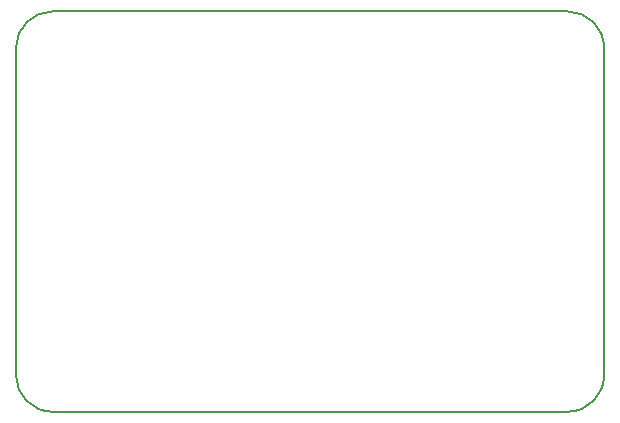
<source format=gbr>
G04 #@! TF.FileFunction,Other,User*
%FSLAX46Y46*%
G04 Gerber Fmt 4.6, Leading zero omitted, Abs format (unit mm)*
G04 Created by KiCad (PCBNEW 4.0.4-stable) date 05/31/17 00:38:46*
%MOMM*%
%LPD*%
G01*
G04 APERTURE LIST*
%ADD10C,0.100000*%
%ADD11C,0.200000*%
G04 APERTURE END LIST*
D10*
D11*
X112600000Y-42000000D02*
G75*
G03X109500000Y-38900000I-3100000J0D01*
G01*
X109500000Y-72800000D02*
G75*
G03X112600000Y-69700000I0J3100000D01*
G01*
X62800000Y-69700000D02*
G75*
G03X65900000Y-72800000I3100000J0D01*
G01*
X65900000Y-38900000D02*
G75*
G03X62800000Y-42000000I0J-3100000D01*
G01*
X65900000Y-72800000D02*
X109500000Y-72800000D01*
X62800000Y-42000000D02*
X62800000Y-69800000D01*
X109500000Y-38900000D02*
X65900000Y-38900000D01*
X112600000Y-69800000D02*
X112600000Y-42000000D01*
M02*

</source>
